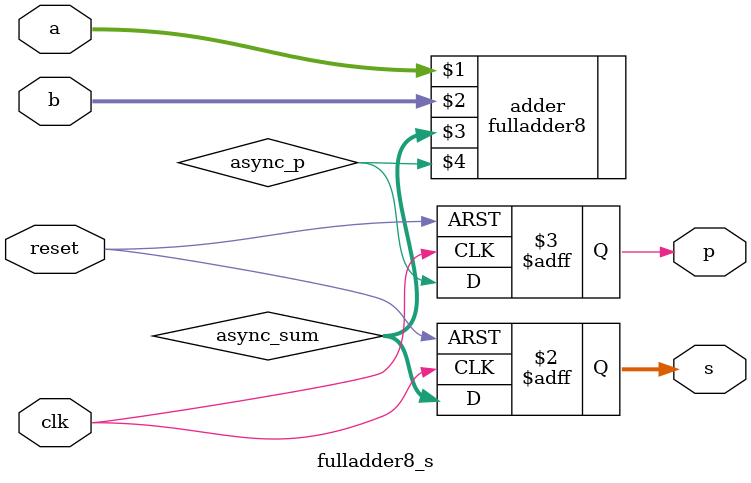
<source format=sv>
module fulladder8_s(input logic clk, reset, input logic[7:0] a, b, output logic[7:0] s, output logic p);

logic[7:0] async_sum;
logic async_p;

always_ff@(negedge clk, posedge reset)
	if (reset)
	begin
		s <= 0;
		p <= 0;
	end
	else
	begin
		s <= async_sum;
		p <= async_p;
	end
	
fulladder8 adder(a, b, async_sum, async_p);

endmodule

</source>
